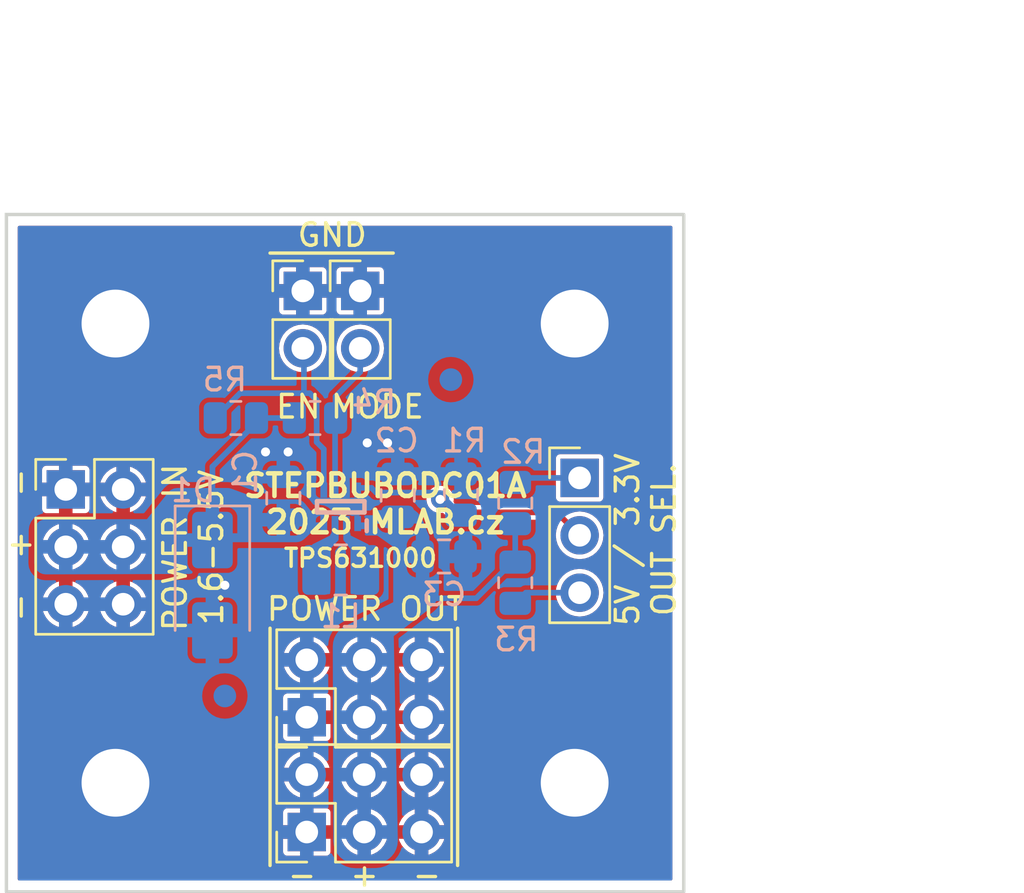
<source format=kicad_pcb>
(kicad_pcb (version 20221018) (generator pcbnew)
  (layers (0 "F.Cu" signal) (31 "B.Cu" signal) (34 "B.Paste" user) (35 "F.Paste" user) (36 "B.SilkS" user "B.Silkscreen") (37 "F.SilkS" user "F.Silkscreen") (38 "B.Mask" user) (39 "F.Mask" user) (44 "Edge.Cuts" user))
  (net 0 "")
  (net 1 "/V_in")
  (net 2 "GND")
  (net 3 "/V_out")
  (net 4 "/en")
  (net 5 "/mod")
  (net 6 "/FB")
  (net 7 "Net-(U1-LX1)")
  (net 8 "Net-(U1-LX2)")
  (net 9 "/SEL_3v3")
  (net 10 "/SEL_5v")
  (footprint "Connector_PinHeader_2.54mm:PinHeader_1x03_P2.54mm_Vertical" (layer "F.Cu") (at 158.879999 101.67)
    (fp_text reference "JP4" hide)
    (fp_text value "HEADER_1x03" hide)
    (fp_line (start -1.33 -1.33) (end 0 -1.33) (stroke (width 0.12)) (layer "F.SilkS"))
    (fp_line (start -1.33 0) (end -1.33 -1.33) (stroke (width 0.12)) (layer "F.SilkS"))
    (fp_line (start -1.33 1.27) (end -1.33 6.41) (stroke (width 0.12)) (layer "F.SilkS"))
    (fp_line (start -1.33 1.27) (end 1.33 1.27) (stroke (width 0.12)) (layer "F.SilkS"))
    (fp_line (start -1.33 6.41) (end 1.33 6.41) (stroke (width 0.12)) (layer "F.SilkS"))
    (fp_line (start 1.33 1.27) (end 1.33 6.41) (stroke (width 0.12)) (layer "F.SilkS"))
    (pad "1" thru_hole rect (at 0 0) (size 1.7 1.7) (drill 1) (layers "*.Cu" "*.Mask") (net 9 "/SEL_3v3"))
    (pad "2" thru_hole oval (at 0 2.54) (size 1.7 1.7) (drill 1) (layers "*.Cu" "*.Mask") (net 6 "/FB"))
    (pad "3" thru_hole oval (at 0 5.08) (size 1.7 1.7) (drill 1) (layers "*.Cu" "*.Mask") (net 10 "/SEL_5v"))
  )
  (footprint "Connector_PinHeader_2.54mm:PinHeader_2x03_P2.54mm_Vertical" (layer "F.Cu") (at 136.139999 102.18)
    (fp_text reference "J2" hide)
    (fp_text value "HEADER_2x03_PARALLEL" hide)
    (fp_line (start -1.33 -1.33) (end 0 -1.33) (stroke (width 0.12)) (layer "F.SilkS"))
    (fp_line (start -1.33 0) (end -1.33 -1.33) (stroke (width 0.12)) (layer "F.SilkS"))
    (fp_line (start -1.33 1.27) (end -1.33 6.41) (stroke (width 0.12)) (layer "F.SilkS"))
    (fp_line (start -1.33 1.27) (end 1.27 1.27) (stroke (width 0.12)) (layer "F.SilkS"))
    (fp_line (start -1.33 6.41) (end 3.87 6.41) (stroke (width 0.12)) (layer "F.SilkS"))
    (fp_line (start 1.27 -1.33) (end 3.87 -1.33) (stroke (width 0.12)) (layer "F.SilkS"))
    (fp_line (start 1.27 1.27) (end 1.27 -1.33) (stroke (width 0.12)) (layer "F.SilkS"))
    (fp_line (start 3.87 -1.33) (end 3.87 6.41) (stroke (width 0.12)) (layer "F.SilkS"))
    (pad "1" thru_hole rect (at 0 0) (size 1.7 1.7) (drill 1) (layers "*.Cu" "*.Mask") (net 2 "GND"))
    (pad "2" thru_hole oval (at 2.54 0) (size 1.7 1.7) (drill 1) (layers "*.Cu" "*.Mask") (net 2 "GND"))
    (pad "3" thru_hole oval (at 0 2.54) (size 1.7 1.7) (drill 1) (layers "*.Cu" "*.Mask") (net 1 "/V_in"))
    (pad "4" thru_hole oval (at 2.54 2.54) (size 1.7 1.7) (drill 1) (layers "*.Cu" "*.Mask") (net 1 "/V_in"))
    (pad "5" thru_hole oval (at 0 5.08) (size 1.7 1.7) (drill 1) (layers "*.Cu" "*.Mask") (net 2 "GND"))
    (pad "6" thru_hole oval (at 2.54 5.08) (size 1.7 1.7) (drill 1) (layers "*.Cu" "*.Mask") (net 2 "GND"))
  )
  (footprint "Mlab_Mechanical:MountingHole_3mm" (layer "F.Cu") (at 138.34 115.16)
    (fp_text reference "H3" hide)
    (fp_text value "MountingHole_Pad" hide)
    (pad "1" thru_hole circle (at 0 0) (size 6 6) (drill 3) (layers "*.Cu" "*.Mask") (net 2 "GND") (clearance 1))
  )
  (footprint "Mlab_Mechanical:MountingHole_3mm" (layer "F.Cu") (at 158.66 115.16)
    (fp_text reference "H4" hide)
    (fp_text value "MountingHole_Pad" hide)
    (pad "1" thru_hole circle (at 0 0) (size 6 6) (drill 3) (layers "*.Cu" "*.Mask") (net 2 "GND") (clearance 1))
  )
  (footprint "Connector_PinHeader_2.54mm:PinHeader_1x02_P2.54mm_Vertical" (layer "F.Cu") (at 146.629999 93.395)
    (fp_text reference "JP2" hide)
    (fp_text value "Jumper_2_Open" hide)
    (fp_line (start -1.33 -1.33) (end 0 -1.33) (stroke (width 0.12)) (layer "F.SilkS"))
    (fp_line (start -1.33 0) (end -1.33 -1.33) (stroke (width 0.12)) (layer "F.SilkS"))
    (fp_line (start -1.33 1.27) (end -1.33 3.87) (stroke (width 0.12)) (layer "F.SilkS"))
    (fp_line (start -1.33 1.27) (end 1.33 1.27) (stroke (width 0.12)) (layer "F.SilkS"))
    (fp_line (start -1.33 3.87) (end 1.33 3.87) (stroke (width 0.12)) (layer "F.SilkS"))
    (fp_line (start 1.33 1.27) (end 1.33 3.87) (stroke (width 0.12)) (layer "F.SilkS"))
    (pad "1" thru_hole rect (at 0 0) (size 1.7 1.7) (drill 1) (layers "*.Cu" "*.Mask") (net 2 "GND"))
    (pad "2" thru_hole oval (at 0 2.54) (size 1.7 1.7) (drill 1) (layers "*.Cu" "*.Mask") (net 4 "/en"))
  )
  (footprint "Mlab_Mechanical:MountingHole_3mm" (layer "F.Cu") (at 158.66 94.84)
    (fp_text reference "H2" hide)
    (fp_text value "MountingHole_Pad" hide)
    (pad "1" thru_hole circle (at 0 0) (size 6 6) (drill 3) (layers "*.Cu" "*.Mask") (net 2 "GND") (clearance 1))
  )
  (footprint "Connector_PinHeader_2.54mm:PinHeader_2x03_P2.54mm_Vertical" (layer "F.Cu") (at 146.804999 117.34 90)
    (fp_text reference "J5" hide)
    (fp_text value "HEADER_2x03_PARALLEL" hide)
    (fp_line (start -1.33 -1.33) (end 0 -1.33) (stroke (width 0.12)) (layer "F.SilkS"))
    (fp_line (start -1.33 0) (end -1.33 -1.33) (stroke (width 0.12)) (layer "F.SilkS"))
    (fp_line (start -1.33 1.27) (end -1.33 6.41) (stroke (width 0.12)) (layer "F.SilkS"))
    (fp_line (start -1.33 1.27) (end 1.27 1.27) (stroke (width 0.12)) (layer "F.SilkS"))
    (fp_line (start -1.33 6.41) (end 3.87 6.41) (stroke (width 0.12)) (layer "F.SilkS"))
    (fp_line (start 1.27 -1.33) (end 3.87 -1.33) (stroke (width 0.12)) (layer "F.SilkS"))
    (fp_line (start 1.27 1.27) (end 1.27 -1.33) (stroke (width 0.12)) (layer "F.SilkS"))
    (fp_line (start 3.87 -1.33) (end 3.87 6.41) (stroke (width 0.12)) (layer "F.SilkS"))
    (pad "1" thru_hole rect (at 0 0 90) (size 1.7 1.7) (drill 1) (layers "*.Cu" "*.Mask") (net 2 "GND"))
    (pad "2" thru_hole oval (at 2.54 0 90) (size 1.7 1.7) (drill 1) (layers "*.Cu" "*.Mask") (net 2 "GND"))
    (pad "3" thru_hole oval (at 0 2.54 90) (size 1.7 1.7) (drill 1) (layers "*.Cu" "*.Mask") (net 3 "/V_out"))
    (pad "4" thru_hole oval (at 2.54 2.54 90) (size 1.7 1.7) (drill 1) (layers "*.Cu" "*.Mask") (net 3 "/V_out"))
    (pad "5" thru_hole oval (at 0 5.08 90) (size 1.7 1.7) (drill 1) (layers "*.Cu" "*.Mask") (net 2 "GND"))
    (pad "6" thru_hole oval (at 2.54 5.08 90) (size 1.7 1.7) (drill 1) (layers "*.Cu" "*.Mask") (net 2 "GND"))
  )
  (footprint "Connector_PinHeader_2.54mm:PinHeader_1x02_P2.54mm_Vertical" (layer "F.Cu") (at 149.169999 93.395)
    (fp_text reference "JP1" hide)
    (fp_text value "Jumper_2_Open" hide)
    (fp_line (start -1.33 -1.33) (end 0 -1.33) (stroke (width 0.12)) (layer "F.SilkS"))
    (fp_line (start -1.33 0) (end -1.33 -1.33) (stroke (width 0.12)) (layer "F.SilkS"))
    (fp_line (start -1.33 1.27) (end -1.33 3.87) (stroke (width 0.12)) (layer "F.SilkS"))
    (fp_line (start -1.33 1.27) (end 1.33 1.27) (stroke (width 0.12)) (layer "F.SilkS"))
    (fp_line (start -1.33 3.87) (end 1.33 3.87) (stroke (width 0.12)) (layer "F.SilkS"))
    (fp_line (start 1.33 1.27) (end 1.33 3.87) (stroke (width 0.12)) (layer "F.SilkS"))
    (pad "1" thru_hole rect (at 0 0) (size 1.7 1.7) (drill 1) (layers "*.Cu" "*.Mask") (net 2 "GND"))
    (pad "2" thru_hole oval (at 0 2.54) (size 1.7 1.7) (drill 1) (layers "*.Cu" "*.Mask") (net 5 "/mod"))
  )
  (footprint "Mlab_Mechanical:MountingHole_3mm" (layer "F.Cu") (at 138.34 94.84)
    (fp_text reference "H1" hide)
    (fp_text value "MountingHole_Pad" hide)
    (pad "1" thru_hole circle (at 0 0) (size 6 6) (drill 3) (layers "*.Cu" "*.Mask") (net 2 "GND") (clearance 1))
  )
  (footprint "Connector_PinHeader_2.54mm:PinHeader_2x03_P2.54mm_Vertical" (layer "F.Cu") (at 146.804999 112.26 90)
    (fp_text reference "J6" hide)
    (fp_text value "HEADER_2x03_PARALLEL" hide)
    (fp_line (start -1.33 -1.33) (end 0 -1.33) (stroke (width 0.12)) (layer "F.SilkS"))
    (fp_line (start -1.33 0) (end -1.33 -1.33) (stroke (width 0.12)) (layer "F.SilkS"))
    (fp_line (start -1.33 1.27) (end -1.33 6.41) (stroke (width 0.12)) (layer "F.SilkS"))
    (fp_line (start -1.33 1.27) (end 1.27 1.27) (stroke (width 0.12)) (layer "F.SilkS"))
    (fp_line (start -1.33 6.41) (end 3.87 6.41) (stroke (width 0.12)) (layer "F.SilkS"))
    (fp_line (start 1.27 -1.33) (end 3.87 -1.33) (stroke (width 0.12)) (layer "F.SilkS"))
    (fp_line (start 1.27 1.27) (end 1.27 -1.33) (stroke (width 0.12)) (layer "F.SilkS"))
    (fp_line (start 3.87 -1.33) (end 3.87 6.41) (stroke (width 0.12)) (layer "F.SilkS"))
    (pad "1" thru_hole rect (at 0 0 90) (size 1.7 1.7) (drill 1) (layers "*.Cu" "*.Mask") (net 2 "GND"))
    (pad "2" thru_hole oval (at 2.54 0 90) (size 1.7 1.7) (drill 1) (layers "*.Cu" "*.Mask") (net 2 "GND"))
    (pad "3" thru_hole oval (at 0 2.54 90) (size 1.7 1.7) (drill 1) (layers "*.Cu" "*.Mask") (net 3 "/V_out"))
    (pad "4" thru_hole oval (at 2.54 2.54 90) (size 1.7 1.7) (drill 1) (layers "*.Cu" "*.Mask") (net 3 "/V_out"))
    (pad "5" thru_hole oval (at 0 5.08 90) (size 1.7 1.7) (drill 1) (layers "*.Cu" "*.Mask") (net 2 "GND"))
    (pad "6" thru_hole oval (at 2.54 5.08 90) (size 1.7 1.7) (drill 1) (layers "*.Cu" "*.Mask") (net 2 "GND"))
  )
  (footprint "Resistor_SMD:R_0805_2012Metric" (layer "B.Cu") (at 147.167499 99.02 180)
    (fp_text reference "R4" (at -2.6125 0.7) (layer "B.SilkS") (effects (justify mirror)))
    (fp_text value "1k" hide)
    (fp_line (start -0.227064 -0.735) (end 0.227064 -0.735) (stroke (width 0.12)) (layer "B.SilkS"))
    (fp_line (start -0.227064 0.735) (end 0.227064 0.735) (stroke (width 0.12)) (layer "B.SilkS"))
    (pad "1" smd roundrect (at -0.9125 0 180) (size 1.025 1.4) (layers "B.Cu" "B.Paste" "B.Mask") (roundrect_rratio 0.243902) (net 5 "/mod"))
    (pad "2" smd roundrect (at 0.9125 0 180) (size 1.025 1.4) (layers "B.Cu" "B.Paste" "B.Mask") (roundrect_rratio 0.243902) (net 1 "/V_in"))
  )
  (footprint "Resistor_SMD:R_0805_2012Metric" (layer "B.Cu") (at 143.667499 99.02)
    (fp_text reference "R5" (at -0.4875 -1.7) (layer "B.SilkS") (effects (justify mirror)))
    (fp_text value "1k" hide)
    (fp_line (start -0.227064 -0.735) (end 0.227064 -0.735) (stroke (width 0.12)) (layer "B.SilkS"))
    (fp_line (start -0.227064 0.735) (end 0.227064 0.735) (stroke (width 0.12)) (layer "B.SilkS"))
    (pad "1" smd roundrect (at -0.9125 0) (size 1.025 1.4) (layers "B.Cu" "B.Paste" "B.Mask") (roundrect_rratio 0.243902) (net 4 "/en"))
    (pad "2" smd roundrect (at 0.9125 0) (size 1.025 1.4) (layers "B.Cu" "B.Paste" "B.Mask") (roundrect_rratio 0.243902) (net 1 "/V_in"))
  )
  (footprint "Resistor_SMD:R_0805_2012Metric" (layer "B.Cu") (at 156.029999 102.7825 90)
    (fp_text reference "R2" (at 2.2625 0.35 180) (layer "B.SilkS") (effects (justify mirror)))
    (fp_text value "511k" hide)
    (fp_line (start -0.227064 -0.735) (end 0.227064 -0.735) (stroke (width 0.12)) (layer "B.SilkS"))
    (fp_line (start -0.227064 0.735) (end 0.227064 0.735) (stroke (width 0.12)) (layer "B.SilkS"))
    (pad "1" smd roundrect (at -0.9125 0 90) (size 1.025 1.4) (layers "B.Cu" "B.Paste" "B.Mask") (roundrect_rratio 0.243902) (net 3 "/V_out"))
    (pad "2" smd roundrect (at 0.9125 0 90) (size 1.025 1.4) (layers "B.Cu" "B.Paste" "B.Mask") (roundrect_rratio 0.243902) (net 9 "/SEL_3v3"))
  )
  (footprint "Capacitor_SMD:C_0805_2012Metric" (layer "B.Cu") (at 152.879999 105.145)
    (fp_text reference "C3" (at 0 1.68) (layer "B.SilkS") (effects (justify mirror)))
    (fp_text value "10uF" hide)
    (fp_line (start -0.261252 -0.735) (end 0.261252 -0.735) (stroke (width 0.12)) (layer "B.SilkS"))
    (fp_line (start -0.261252 0.735) (end 0.261252 0.735) (stroke (width 0.12)) (layer "B.SilkS"))
    (pad "1" smd roundrect (at -0.95 0) (size 1 1.45) (layers "B.Cu" "B.Paste" "B.Mask") (net 3 "/V_out"))
    (pad "2" smd roundrect (at 0.95 0) (size 1 1.45) (layers "B.Cu" "B.Paste" "B.Mask") (net 2 "GND"))
  )
  (footprint "Diode_SMD:D_SMA" (layer "B.Cu") (at 142.629999 106.42 -90)
    (fp_text reference "D1" (at -4.2 0.85 -180) (layer "B.SilkS") (effects (justify mirror)))
    (fp_text value "M4" hide)
    (fp_line (start -3.51 -1.65) (end 2 -1.65) (stroke (width 0.12)) (layer "B.SilkS"))
    (fp_line (start -3.51 1.65) (end -3.51 -1.65) (stroke (width 0.12)) (layer "B.SilkS"))
    (fp_line (start -3.51 1.65) (end 2 1.65) (stroke (width 0.12)) (layer "B.SilkS"))
    (pad "1" smd roundrect (at -2 0 270) (size 2.5 1.8) (layers "B.Cu" "B.Paste" "B.Mask") (roundrect_rratio 0.1388888889) (net 1 "/V_in"))
    (pad "2" smd roundrect (at 2 0 270) (size 2.5 1.8) (layers "B.Cu" "B.Paste" "B.Mask") (roundrect_rratio 0.1388888889) (net 2 "GND"))
  )
  (footprint "Capacitor_SMD:C_0805_2012Metric" (layer "B.Cu") (at 150.829999 102.445 90)
    (fp_text reference "C2" (at 2.425 -0.05) (layer "B.SilkS") (effects (justify mirror)))
    (fp_text value "47uF" hide)
    (fp_line (start -0.261252 -0.735) (end 0.261252 -0.735) (stroke (width 0.12)) (layer "B.SilkS"))
    (fp_line (start -0.261252 0.735) (end 0.261252 0.735) (stroke (width 0.12)) (layer "B.SilkS"))
    (pad "1" smd roundrect (at -0.95 0 90) (size 1 1.45) (layers "B.Cu" "B.Paste" "B.Mask") (net 3 "/V_out"))
    (pad "2" smd roundrect (at 0.95 0 90) (size 1 1.45) (layers "B.Cu" "B.Paste" "B.Mask") (net 2 "GND"))
  )
  (footprint "Mlab_IO:TPS631000" (layer "B.Cu") (at 148.307999 102.949 90)
    (fp_text reference "U1" hide)
    (fp_text value "TPS631000DRLR" hide)
    (fp_line (start -1.075 1.15) (end -0.6 1.15) (stroke (width 0.2)) (layer "B.SilkS"))
    (fp_line (start -0.25 -1.05) (end -0.25 1.05) (stroke (width 0.2)) (layer "B.SilkS"))
    (fp_line (start -0.25 1.05) (end 0.25 1.05) (stroke (width 0.2)) (layer "B.SilkS"))
    (fp_line (start 0.25 -1.05) (end -0.25 -1.05) (stroke (width 0.2)) (layer "B.SilkS"))
    (fp_line (start 0.25 1.05) (end 0.25 -1.05) (stroke (width 0.2)) (layer "B.SilkS"))
    (pad "1" smd rect (at -0.74 0.75) (size 0.3 0.67) (layers "B.Cu" "B.Paste" "B.Mask") (net 3 "/V_out"))
    (pad "2" smd rect (at -0.74 0.25) (size 0.3 0.67) (layers "B.Cu" "B.Paste" "B.Mask") (net 8 "Net-(U1-LX2)"))
    (pad "3" smd rect (at -0.74 -0.25) (size 0.3 0.67) (layers "B.Cu" "B.Paste" "B.Mask") (net 7 "Net-(U1-LX1)"))
    (pad "4" smd rect (at -0.74 -0.75) (size 0.3 0.67) (layers "B.Cu" "B.Paste" "B.Mask") (net 1 "/V_in"))
    (pad "5" smd rect (at 0.74 -0.75) (size 0.3 0.67) (layers "B.Cu" "B.Paste" "B.Mask") (net 4 "/en"))
    (pad "6" smd rect (at 0.74 -0.25) (size 0.3 0.67) (layers "B.Cu" "B.Paste" "B.Mask") (net 5 "/mod"))
    (pad "7" smd rect (at 0.74 0.25) (size 0.3 0.67) (layers "B.Cu" "B.Paste" "B.Mask") (net 2 "GND"))
    (pad "8" smd rect (at 0.74 0.75) (size 0.3 0.67) (layers "B.Cu" "B.Paste" "B.Mask") (net 6 "/FB"))
  )
  (footprint "Resistor_SMD:R_0805_2012Metric" (layer "B.Cu") (at 156.029999 106.3075 -90)
    (fp_text reference "R3" (at 2.5125 -0.05 -180) (layer "B.SilkS") (effects (justify mirror)))
    (fp_text value "806k" hide)
    (fp_line (start -0.227064 -0.735) (end 0.227064 -0.735) (stroke (width 0.12)) (layer "B.SilkS"))
    (fp_line (start -0.227064 0.735) (end 0.227064 0.735) (stroke (width 0.12)) (layer "B.SilkS"))
    (pad "1" smd roundrect (at -0.9125 0 270) (size 1.025 1.4) (layers "B.Cu" "B.Paste" "B.Mask") (roundrect_rratio 0.243902) (net 3 "/V_out"))
    (pad "2" smd roundrect (at 0.9125 0 270) (size 1.025 1.4) (layers "B.Cu" "B.Paste" "B.Mask") (roundrect_rratio 0.243902) (net 10 "/SEL_5v"))
  )
  (footprint "Capacitor_SMD:C_0805_2012Metric" (layer "B.Cu") (at 145.767999 102.57 90)
    (fp_text reference "C1" (at 1.15 -1.688 90) (layer "B.SilkS") (effects (justify mirror)))
    (fp_text value "22uF" hide)
    (fp_line (start -0.261252 -0.735) (end 0.261252 -0.735) (stroke (width 0.12)) (layer "B.SilkS"))
    (fp_line (start -0.261252 0.735) (end 0.261252 0.735) (stroke (width 0.12)) (layer "B.SilkS"))
    (pad "1" smd roundrect (at -0.95 0 90) (size 1 1.45) (layers "B.Cu" "B.Paste" "B.Mask") (net 1 "/V_in"))
    (pad "2" smd roundrect (at 0.95 0 90) (size 1 1.45) (layers "B.Cu" "B.Paste" "B.Mask") (net 2 "GND"))
  )
  (footprint "Fiducial:Fiducial_1mm_Mask2mm" (layer "B.Cu") (at 143.179999 111.32 180)
    (fp_text reference "FID1" hide)
    (fp_text value "Fiducial" hide)
    (pad "" smd circle (at 0 0 180) (size 1 1) (layers "B.Cu" "B.Mask") (clearance 0.5))
  )
  (footprint "Resistor_SMD:R_0805_2012Metric" (layer "B.Cu") (at 153.629999 102.4075 90)
    (fp_text reference "R1" (at 2.3875 0.15 180) (layer "B.SilkS") (effects (justify mirror)))
    (fp_text value "91k" hide)
    (fp_line (start -0.227064 -0.735) (end 0.227064 -0.735) (stroke (width 0.12)) (layer "B.SilkS"))
    (fp_line (start -0.227064 0.735) (end 0.227064 0.735) (stroke (width 0.12)) (layer "B.SilkS"))
    (pad "1" smd roundrect (at -0.9125 0 90) (size 1.025 1.4) (layers "B.Cu" "B.Paste" "B.Mask") (roundrect_rratio 0.243902) (net 6 "/FB"))
    (pad "2" smd roundrect (at 0.9125 0 90) (size 1.025 1.4) (layers "B.Cu" "B.Paste" "B.Mask") (roundrect_rratio 0.243902) (net 2 "GND"))
  )
  (footprint "Fiducial:Fiducial_1mm_Mask2mm" (layer "B.Cu") (at 153.179999 97.32 180)
    (fp_text reference "FID2" hide)
    (fp_text value "Fiducial" hide)
    (pad "" smd circle (at 0 0 180) (size 1 1) (layers "B.Cu" "B.Mask") (clearance 0.5))
  )
  (footprint "Inductor_SMD:L_1008_2520Metric" (layer "B.Cu") (at 148.307999 105.743)
    (fp_text reference "L1" (at 0 2.05) (layer "B.SilkS") (effects (justify mirror)))
    (fp_text value "1uH - DFE252012P-1R0M=P2" hide)
    (fp_line (start -0.261252 -1.11) (end 0.261252 -1.11) (stroke (width 0.12)) (layer "B.SilkS"))
    (fp_line (start -0.261252 1.11) (end 0.261252 1.11) (stroke (width 0.12)) (layer "B.SilkS"))
    (pad "1" smd roundrect (at -1.075 0) (size 1.25 2.2) (layers "B.Cu" "B.Paste" "B.Mask") (roundrect_rratio 0.2) (net 7 "Net-(U1-LX1)"))
    (pad "2" smd roundrect (at 1.075 0) (size 1.25 2.2) (layers "B.Cu" "B.Paste" "B.Mask") (roundrect_rratio 0.2) (net 8 "Net-(U1-LX2)"))
  )
  (gr_line (start 153.479999 108.32) (end 153.479999 118.82) (stroke (width 0.15)) (layer "F.SilkS"))
  (gr_line (start 145.179999 108.32) (end 145.179999 118.82) (stroke (width 0.15)) (layer "F.SilkS"))
  (gr_line (start 145.179999 91.72) (end 150.629999 91.72) (stroke (width 0.15)) (layer "F.SilkS"))
  (gr_rect (start 133.513999 90.014) (end 163.486 119.986) (stroke (width 0.15)) (fill none) (layer "Edge.Cuts"))
  (gr_text "STEPBUBODC01A\n2023 MLAB.cz" (at 150.279999 102.82) (layer "F.SilkS") (effects (font (size 1 1) (thickness 0.2) bold)))
  (gr_text "5V / 3.3V\nOUT SEL." (at 161.804999 104.395 90) (layer "F.SilkS") (effects (font (size 1 1))))
  (gr_text "POWER OUT" (at 149.404999 107.47) (layer "F.SilkS") (effects (font (size 1 1))))
  (gr_text "EN\n" (at 146.429999 98.52) (layer "F.SilkS") (effects (font (size 1 1))))
  (gr_text "TPS631000" (at 149.179999 105.22) (layer "F.SilkS") (effects (font (size 0.8 0.8))))
  (gr_text "-  +  -" (at 134.679999 108.12 90) (layer "F.SilkS") (effects (font (size 1 1)) (justify left bottom)))
  (gr_text "POWER IN\n1.6-5.5V" (at 141.779999 104.745 90) (layer "F.SilkS") (effects (font (size 1 1))))
  (gr_text "MODE\n" (at 149.929999 98.52) (layer "F.SilkS") (effects (font (size 1 1))))
  (gr_text "-  +  -" (at 145.879999 119.82) (layer "F.SilkS") (effects (font (size 1 1)) (justify left bottom)))
  (gr_text "GND\n" (at 147.929999 90.92) (layer "F.SilkS") (effects (font (size 1 1))))
  (segment (start 146.254999 99.02) (end 144.779999 99.02) (width 0.25) (layer "B.Cu") (net 1))
  (segment (start 142.629999 101.17) (end 142.629999 103.245) (width 0.25) (layer "B.Cu") (net 1))
  (segment (start 144.779999 99.02) (end 142.629999 101.17) (width 0.25) (layer "B.Cu") (net 1))
  (via (at 143.179999 106.42) (size 0.8) (drill 0.4) (layers "F.Cu" "B.Cu") (net 2))
  (via (at 145.979999 100.52) (size 0.8) (drill 0.4) (layers "F.Cu" "B.Cu") (net 2))
  (via (at 149.479999 100.12) (size 0.8) (drill 0.4) (layers "F.Cu" "B.Cu") (net 2))
  (via (at 144.979999 100.52) (size 0.8) (drill 0.4) (layers "F.Cu" "B.Cu") (net 2))
  (via (at 150.379999 100.12) (size 0.8) (drill 0.4) (layers "F.Cu" "B.Cu") (net 2))
  (segment (start 156.372499 95.5195) (end 156.181999 95.329) (width 0.25) (layer "B.Cu") (net 2))
  (segment (start 154.304999 106.995) (end 152.379999 106.995) (width 0.25) (layer "B.Cu") (net 3))
  (segment (start 156.029999 105.395) (end 155.904999 105.395) (width 0.25) (layer "B.Cu") (net 3))
  (segment (start 156.029999 103.695) (end 156.029999 105.395) (width 0.25) (layer "B.Cu") (net 3))
  (segment (start 155.904999 105.395) (end 154.304999 106.995) (width 0.25) (layer "B.Cu") (net 3))
  (segment (start 147.242499 100.0825) (end 147.242499 98.22625) (width 0.25) (layer "B.Cu") (net 4))
  (segment (start 146.936249 97.92) (end 143.854999 97.92) (width 0.25) (layer "B.Cu") (net 4))
  (segment (start 147.557999 100.398) (end 147.242499 100.0825) (width 0.25) (layer "B.Cu") (net 4))
  (segment (start 143.854999 97.92) (end 142.754999 99.02) (width 0.25) (layer "B.Cu") (net 4))
  (segment (start 147.242499 98.22625) (end 146.936249 97.92) (width 0.25) (layer "B.Cu") (net 4))
  (segment (start 146.679999 95.985) (end 146.679999 97.92) (width 0.25) (layer "B.Cu") (net 4))
  (segment (start 147.557999 102.111) (end 147.557999 100.398) (width 0.25) (layer "B.Cu") (net 4))
  (segment (start 148.057999 102.111) (end 148.057999 99.042) (width 0.25) (layer "B.Cu") (net 5))
  (segment (start 148.079999 98.07) (end 149.169999 96.98) (width 0.25) (layer "B.Cu") (net 5))
  (segment (start 148.079999 99.02) (end 148.079999 98.07) (width 0.25) (layer "B.Cu") (net 5))
  (segment (start 148.057999 99.042) (end 148.079999 99.02) (width 0.25) (layer "B.Cu") (net 5))
  (segment (start 149.169999 96.98) (end 149.169999 95.935) (width 0.25) (layer "B.Cu") (net 5))
  (segment (start 157.864999 103.195) (end 157.654999 103.195) (width 0.25) (layer "F.Cu") (net 6))
  (segment (start 157.654999 103.195) (end 153.279999 103.195) (width 0.25) (layer "F.Cu") (net 6))
  (segment (start 153.279999 103.195) (end 152.704999 102.62) (width 0.25) (layer "F.Cu") (net 6))
  (segment (start 158.879999 104.21) (end 157.864999 103.195) (width 0.25) (layer "F.Cu") (net 6))
  (via (at 152.704999 102.62) (size 0.8) (drill 0.4) (layers "F.Cu" "B.Cu") (net 6))
  (segment (start 152.929999 102.62) (end 153.629999 103.32) (width 0.25) (layer "B.Cu") (net 6))
  (segment (start 152.404999 102.32) (end 149.879999 102.32) (width 0.25) (layer "B.Cu") (net 6))
  (segment (start 149.879999 102.32) (end 149.670999 102.111) (width 0.25) (layer "B.Cu") (net 6))
  (segment (start 152.704999 102.62) (end 152.404999 102.32) (width 0.25) (layer "B.Cu") (net 6))
  (segment (start 149.670999 102.111) (end 149.057999 102.111) (width 0.25) (layer "B.Cu") (net 6))
  (segment (start 152.704999 102.62) (end 152.929999 102.62) (width 0.25) (layer "B.Cu") (net 6))
  (segment (start 156.229999 101.67) (end 158.879999 101.67) (width 0.25) (layer "B.Cu") (net 9))
  (segment (start 156.029999 101.87) (end 156.229999 101.67) (width 0.25) (layer "B.Cu") (net 9))
  (segment (start 156.029999 107.22) (end 156.499999 106.75) (width 0.25) (layer "B.Cu") (net 10))
  (segment (start 156.499999 106.75) (end 158.879999 106.75) (width 0.25) (layer "B.Cu") (net 10))
  (zone (net 2) (net_name "GND") (layers "F&B.Cu") (connect_pads (clearance 0.2)) (min_thickness 0.127) (fill yes (thermal_gap 0.2) (thermal_bridge_width 0.6))
    (polygon (pts (xy 133.604999 89.995) (xy 133.604999 119.895) (xy 163.454999 119.92) (xy 163.454999 90.02)))
  )
  (zone (net 3) (net_name "/V_out") (layer "B.Cu") (name "V_OUT") (priority 2) (connect_pads (clearance 0.2)) (min_thickness 0.127) (fill yes (thermal_gap 0.2) (thermal_bridge_width 0.6) (smoothing fillet) (radius 1))
    (polygon (pts (xy 150.854999 118.72) (xy 147.979999 118.745) (xy 147.954999 108.495) (xy 150.629999 107.17) (xy 150.629999 104.72) (xy 149.925 104.22) (xy 148.825 104.22) (xy 148.825 103.57) (xy 149.1 103.32) (xy 149.725 103.32) (xy 150.125 102.92) (xy 151.679999 102.92) (xy 152.654999 105.295) (xy 152.654999 107.145) (xy 150.654999 108.67)))
  )
  (zone (net 1) (net_name "/V_in") (layer "B.Cu") (priority 1) (connect_pads (clearance 0.254)) (min_thickness 0.127) (fill yes (thermal_gap 0.2) (thermal_bridge_width 0.6) (smoothing fillet) (radius 0.5))
    (polygon (pts (xy 139.729999 103.495) (xy 140.829999 102.115) (xy 143.379999 102.115) (xy 144.741999 102.615) (xy 146.579999 102.62) (xy 146.979999 103.12) (xy 147.779999 103.12) (xy 147.799999 104.019) (xy 147.079999 104.02) (xy 146.541999 104.515) (xy 143.542 104.515) (xy 143.354999 104.52) (xy 141.779999 105.92) (xy 134.741999 105.94) (xy 134.766999 103.495)))
  )
  (zone (net 8) (net_name "Net-(U1-LX2)") (layer "B.Cu") (priority 3) (connect_pads yes (clearance 0.2)) (min_thickness 0.1) (fill yes (thermal_gap 0.2) (thermal_bridge_width 0.6) (island_removal_mode 1) (island_area_min 10))
    (polygon (pts (xy 148.741999 104.215) (xy 149.541999 104.615) (xy 149.541999 106.815) (xy 148.741999 106.815) (xy 148.741999 104.815) (xy 148.416999 104.415) (xy 148.416999 103.515) (xy 148.741999 103.515)))
  )
  (zone (net 7) (net_name "Net-(U1-LX1)") (layer "B.Cu") (priority 3) (connect_pads yes (clearance 0.2)) (min_thickness 0.1) (fill yes (thermal_gap 0.2) (thermal_bridge_width 0.6) (island_removal_mode 1) (island_area_min 10))
    (polygon (pts (xy 147.841999 104.215) (xy 147.041999 104.615) (xy 147.041999 106.815) (xy 147.841999 106.815) (xy 147.841999 104.815) (xy 148.216999 104.415) (xy 148.216999 103.515) (xy 147.841999 103.515)))
  )
)
</source>
